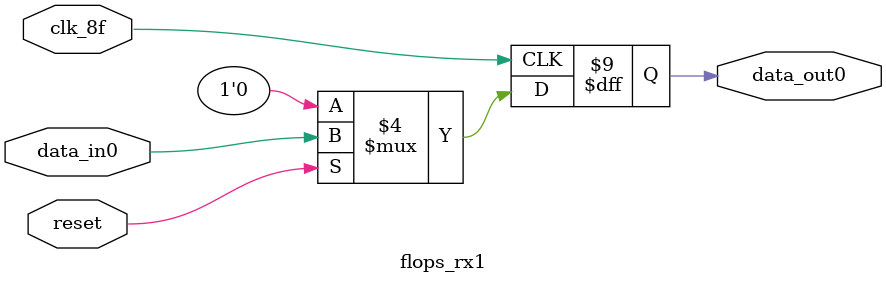
<source format=v>
module flops_rx1 (
                      input      data_in0,
                      output reg  data_out0,
                      input            clk_8f,
                      input            reset
                      );
  reg data_out01;
   always @ (posedge clk_8f) begin
      if (reset==0) begin
         data_out0 <= 0;
         data_out01 <= 0;
      end else begin
         data_out0 <= data_in0;
      end
   end
   // always @ (posedge clk_8f) begin
   //    if (reset==0) begin
   //       data_out0 <= 0;
   //       data_out01 <= 0;
   //    end else begin
   //       data_out0 <= data_out01;
   //    end
   // end

endmodule

</source>
